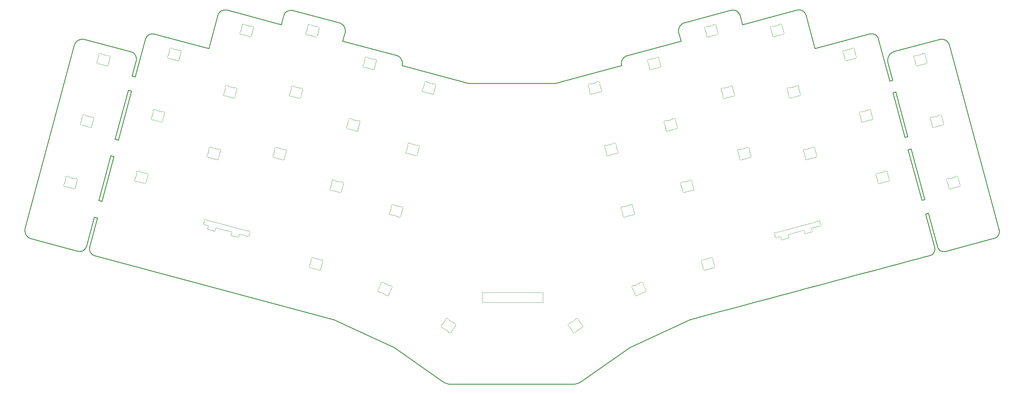
<source format=gbr>
%TF.GenerationSoftware,KiCad,Pcbnew,(6.0.0)*%
%TF.CreationDate,2022-04-21T03:32:39-07:00*%
%TF.ProjectId,ffkb,66666b62-2e6b-4696-9361-645f70636258,rev?*%
%TF.SameCoordinates,Original*%
%TF.FileFunction,Profile,NP*%
%FSLAX46Y46*%
G04 Gerber Fmt 4.6, Leading zero omitted, Abs format (unit mm)*
G04 Created by KiCad (PCBNEW (6.0.0)) date 2022-04-21 03:32:39*
%MOMM*%
%LPD*%
G01*
G04 APERTURE LIST*
%TA.AperFunction,Profile*%
%ADD10C,0.250000*%
%TD*%
%ADD11C,0.250000*%
%TA.AperFunction,Profile*%
%ADD12C,0.050000*%
%TD*%
%TA.AperFunction,Profile*%
%ADD13C,0.100000*%
%TD*%
G04 APERTURE END LIST*
D10*
X258370720Y-81476138D02*
X257508140Y-81707265D01*
X252226765Y-58562685D02*
X251345339Y-58798875D01*
D11*
X154882950Y-131691796D02*
X154655567Y-131841441D01*
X154420805Y-131977283D01*
X154179301Y-132099120D01*
X153931689Y-132206753D01*
X153678604Y-132299981D01*
X153420683Y-132378604D01*
X153158559Y-132442421D01*
X152892868Y-132491232D01*
X152624246Y-132524837D01*
X152353328Y-132543035D01*
X152171754Y-132546510D01*
D12*
X125245362Y-105126858D02*
X143395365Y-105126857D01*
X143395365Y-105126857D02*
X143395365Y-108126856D01*
X143395365Y-108126856D02*
X125245366Y-108126853D01*
X125245366Y-108126853D02*
X125245362Y-105126858D01*
D10*
X-11080311Y-85937700D02*
X3557149Y-31325202D01*
D11*
X67083775Y-21124387D02*
X67337236Y-20996727D01*
X67602306Y-20902183D01*
X67875787Y-20841183D01*
X68154482Y-20814157D01*
X68435193Y-20821533D01*
X68714723Y-20863742D01*
X68825489Y-20890475D01*
D10*
X221875368Y-22334447D02*
X224502717Y-32295359D01*
D11*
X184143871Y-25697351D02*
X184311379Y-25441418D01*
X184507634Y-25210154D01*
X184729876Y-25005688D01*
X184975344Y-24830154D01*
X185241278Y-24685682D01*
X185524916Y-24574404D01*
X185642711Y-24539665D01*
X-9271709Y-89072744D02*
X-9520968Y-88992116D01*
X-9756303Y-88888766D01*
X-9976807Y-88764266D01*
X-10181571Y-88620193D01*
X-10457215Y-88370826D01*
X-10692334Y-88086275D01*
X-10883862Y-87771853D01*
X-11028731Y-87432876D01*
X-11123877Y-87074658D01*
X-11166232Y-86702513D01*
X-11163628Y-86449303D01*
X-11135290Y-86193841D01*
X-11080311Y-85937700D01*
D10*
X121232760Y-42694614D02*
X147031535Y-42699691D01*
D11*
X240946904Y-27889201D02*
X241250890Y-27831884D01*
X241552273Y-27821178D01*
X241846850Y-27854658D01*
X242130419Y-27929903D01*
X242398778Y-28044490D01*
X242647722Y-28195997D01*
X242873051Y-28382001D01*
X243070560Y-28600080D01*
X243236048Y-28847811D01*
X243365312Y-29122773D01*
X243429288Y-29320013D01*
D10*
X43766472Y-32292819D02*
X46378395Y-22390427D01*
X21770067Y-40771338D02*
X24805810Y-29445759D01*
D11*
X9741401Y-94152463D02*
X9484750Y-94066418D01*
X9242629Y-93950457D01*
X9017447Y-93806428D01*
X8811617Y-93636180D01*
X8627547Y-93441564D01*
X8467649Y-93224429D01*
X8410998Y-93131684D01*
X47424608Y-21018647D02*
X47673738Y-20894092D01*
X47934135Y-20801935D01*
X48202686Y-20742587D01*
X48476278Y-20716463D01*
X48751797Y-20723977D01*
X49026131Y-20765541D01*
X49134835Y-20791794D01*
D10*
X251345331Y-58798882D02*
X247755735Y-45441139D01*
X16726352Y-59636949D02*
X15746647Y-59374444D01*
D11*
X99643084Y-34325147D02*
X99933922Y-34422931D01*
X100207997Y-34555016D01*
X100462518Y-34719238D01*
X100694693Y-34913434D01*
X100901733Y-35135439D01*
X101080846Y-35383090D01*
X101144047Y-35488847D01*
D10*
X185642711Y-24539665D02*
X199357897Y-20864737D01*
X10872134Y-77655917D02*
X14448362Y-64245930D01*
X49134835Y-20791794D02*
X65353927Y-25137634D01*
D11*
X21795182Y-34269052D02*
X21921196Y-34521568D01*
X22014416Y-34785469D01*
X22074426Y-35057607D01*
X22100808Y-35334834D01*
X22093146Y-35614004D01*
X22051023Y-35891968D01*
X22024432Y-36002112D01*
D10*
X256414590Y-77604151D02*
X252322272Y-62451275D01*
X187185038Y-113262934D02*
X169267875Y-121619541D01*
X147031535Y-42699691D02*
X166876545Y-37330138D01*
X20815028Y-40517334D02*
X21770067Y-40771338D01*
X65353927Y-25137634D02*
X66024781Y-22526805D01*
X20668255Y-44955088D02*
X19695026Y-44694313D01*
X202236694Y-22539455D02*
X202915256Y-25140173D01*
X166875195Y-37332176D02*
X166875190Y-37332173D01*
D11*
X199357897Y-20864737D02*
X199643339Y-20806949D01*
X199931317Y-20784999D01*
X200218564Y-20798449D01*
X200501813Y-20846864D01*
X200777799Y-20929809D01*
X201043253Y-21046849D01*
X201145755Y-21103114D01*
D10*
X248216734Y-33137797D02*
X261685082Y-29550568D01*
D11*
X246577796Y-34392091D02*
X246722727Y-34168023D01*
X246887826Y-33960849D01*
X247071571Y-33771735D01*
X247272441Y-33601843D01*
X247488914Y-33452339D01*
X247719468Y-33324387D01*
X247962582Y-33219152D01*
X248216734Y-33137797D01*
D10*
X264652340Y-31266289D02*
X279457568Y-86476459D01*
D11*
X7232356Y-91214435D02*
X7145436Y-91473580D01*
X7028303Y-91718047D01*
X6882827Y-91945400D01*
X6710876Y-92153205D01*
X6514320Y-92339026D01*
X6295026Y-92500428D01*
X6201361Y-92557607D01*
X167100030Y-35481185D02*
X167264876Y-35229150D01*
X167458044Y-35001406D01*
X167676813Y-34800053D01*
X167918466Y-34627192D01*
X168180282Y-34484924D01*
X168459543Y-34375350D01*
X168575523Y-34341145D01*
D10*
X248670133Y-45196121D02*
X247755732Y-45441134D01*
X11853383Y-77918841D02*
X10872134Y-77655917D01*
X152171754Y-132546510D02*
X116094893Y-132544074D01*
X243429288Y-29320013D02*
X246852162Y-42021013D01*
X10499922Y-82859404D02*
X9540549Y-82602342D01*
D11*
X261959605Y-92650639D02*
X261719667Y-92487451D01*
X261508257Y-92292490D01*
X261328235Y-92069483D01*
X261182463Y-91822157D01*
X261073803Y-91554240D01*
X261046325Y-91461003D01*
D10*
X247736088Y-41784801D02*
X246306755Y-36438033D01*
D11*
X261685082Y-29550568D02*
X262048816Y-29482546D01*
X262409357Y-29470266D01*
X262761683Y-29510822D01*
X263100771Y-29601312D01*
X263421601Y-29738832D01*
X263719150Y-29920479D01*
X263988396Y-30143347D01*
X264224319Y-30404535D01*
X264421896Y-30701137D01*
X264576106Y-31030251D01*
X264652340Y-31266289D01*
D10*
X9539968Y-82602593D02*
X7232356Y-91214435D01*
X68825489Y-20890475D02*
X82579814Y-24575381D01*
D11*
X116094893Y-132544074D02*
X115822796Y-132536220D01*
X115552575Y-132512828D01*
X115284863Y-132474099D01*
X115020295Y-132420231D01*
X114759508Y-132351427D01*
X114503135Y-132267885D01*
X114251812Y-132169807D01*
X114006174Y-132057393D01*
X113766856Y-131930842D01*
X113534493Y-131790357D01*
X113383762Y-131689057D01*
X8410998Y-93131684D02*
X8290392Y-92889343D01*
X8201215Y-92636127D01*
X8143865Y-92375047D01*
X8118737Y-92109116D01*
X8126227Y-91841345D01*
X8166731Y-91574748D01*
X8192266Y-91469112D01*
D10*
X113383762Y-131689057D02*
X99001307Y-121616899D01*
D11*
X183914567Y-27577291D02*
X183850142Y-27278277D01*
X183823468Y-26976139D01*
X183834122Y-26674339D01*
X183881681Y-26376337D01*
X183965724Y-26085597D01*
X184085827Y-25805580D01*
X184143871Y-25697351D01*
D10*
X84327586Y-27638276D02*
X83657173Y-30042373D01*
X168575523Y-34341145D02*
X184609479Y-30044917D01*
D11*
X166875190Y-37332173D02*
X166811569Y-37037815D01*
X166785132Y-36740358D01*
X166795463Y-36443213D01*
X166842147Y-36149792D01*
X166924770Y-35863505D01*
X167042917Y-35587764D01*
X167100030Y-35481185D01*
X260227984Y-91685869D02*
X260284163Y-91976688D01*
X260295690Y-92264986D01*
X260264871Y-92546738D01*
X260194013Y-92817918D01*
X260085422Y-93074502D01*
X259941403Y-93312465D01*
X259764264Y-93527783D01*
X259556310Y-93716429D01*
X259319847Y-93874381D01*
X259057182Y-93997611D01*
X258868655Y-94058489D01*
D10*
X22024432Y-36002112D02*
X20815028Y-40517334D01*
X257507466Y-81708522D02*
X260227984Y-91685869D01*
D11*
X82579814Y-24575381D02*
X82872297Y-24673593D01*
X83148072Y-24806099D01*
X83404362Y-24970754D01*
X83638390Y-25165420D01*
X83847380Y-25387953D01*
X84028557Y-25636214D01*
X84092618Y-25742242D01*
D10*
X261046325Y-91461003D02*
X258371066Y-81477375D01*
X81081610Y-113260297D02*
X9741401Y-94152463D01*
X253218895Y-62211026D02*
X252322272Y-62451275D01*
D11*
X20406490Y-33207159D02*
X20674248Y-33296326D01*
X20926900Y-33416749D01*
X21161924Y-33566500D01*
X21376796Y-33743649D01*
X21568995Y-33946268D01*
X21735999Y-34172428D01*
X21795182Y-34269052D01*
X279457568Y-86476459D02*
X279514021Y-86775619D01*
X279524580Y-87072219D01*
X279491632Y-87362118D01*
X279417564Y-87641177D01*
X279304763Y-87905257D01*
X279155616Y-88150217D01*
X278972510Y-88371918D01*
X278757832Y-88566220D01*
X278513969Y-88728984D01*
X278243308Y-88856071D01*
X278049159Y-88918930D01*
D10*
X169267875Y-121619541D02*
X154882950Y-131691796D01*
D11*
X263446679Y-92845414D02*
X263161647Y-92899804D01*
X262874303Y-92911558D01*
X262589304Y-92881286D01*
X262311311Y-92809597D01*
X262044983Y-92697101D01*
X261959605Y-92650639D01*
D10*
X101364869Y-37373311D02*
X121232760Y-42694614D01*
D11*
X219192803Y-20778673D02*
X219458474Y-20724860D01*
X219726510Y-20704344D01*
X219993883Y-20716723D01*
X220257561Y-20761594D01*
X220514516Y-20838557D01*
X220761718Y-20947209D01*
X220857190Y-20999453D01*
D10*
X4522507Y-92777852D02*
X-9271709Y-89072744D01*
X83657173Y-30042373D02*
X99643084Y-34325147D01*
X184609479Y-30044917D02*
X183914567Y-27577291D01*
X11853383Y-77918841D02*
X15408477Y-64503198D01*
D11*
X66024781Y-22526805D02*
X66112354Y-22256858D01*
X66231628Y-22001958D01*
X66380658Y-21764679D01*
X66557501Y-21547594D01*
X66760215Y-21353277D01*
X66986854Y-21184303D01*
X67083775Y-21124387D01*
D10*
X257276490Y-77373203D02*
X256414592Y-77604149D01*
X15408478Y-64503191D02*
X14448362Y-64245930D01*
X246851951Y-42020725D02*
X247736250Y-41783780D01*
X8192266Y-91469112D02*
X10500091Y-82861679D01*
X15746652Y-59374448D02*
X19695027Y-44694313D01*
X278049159Y-88918930D02*
X263446679Y-92845414D01*
X202915256Y-25140173D02*
X219192803Y-20778673D01*
D11*
X46378395Y-22390427D02*
X46465964Y-22126020D01*
X46584439Y-21876494D01*
X46731914Y-21644346D01*
X46906485Y-21432072D01*
X47106247Y-21242170D01*
X47329295Y-21077137D01*
X47424608Y-21018647D01*
D10*
X252226765Y-58562685D02*
X248670132Y-45196126D01*
D11*
X6201361Y-92557607D02*
X5956621Y-92679316D01*
X5700907Y-92769280D01*
X5437261Y-92827098D01*
X5168727Y-92852371D01*
X4898346Y-92844700D01*
X4629163Y-92803684D01*
X4522507Y-92777852D01*
D10*
X224502717Y-32295359D02*
X240946904Y-27889201D01*
D11*
X258868655Y-94058489D02*
X257914388Y-94314137D01*
X256783805Y-94617022D01*
X255486242Y-94964643D01*
X254031033Y-95354498D01*
X252427515Y-95784087D01*
X250685025Y-96250908D01*
X248812897Y-96752461D01*
X246820467Y-97286243D01*
X244717072Y-97849754D01*
X242512048Y-98440492D01*
X240214729Y-99055957D01*
X237834453Y-99693647D01*
X235380555Y-100351061D01*
X232862371Y-101025698D01*
X230289236Y-101715056D01*
X227670488Y-102416635D01*
X225015460Y-103127934D01*
X222333490Y-103846450D01*
X219633914Y-104569684D01*
X216926067Y-105295133D01*
X214219284Y-106020297D01*
X211522903Y-106742675D01*
X208846259Y-107459765D01*
X206198687Y-108169066D01*
X203589524Y-108868077D01*
X201028105Y-109554296D01*
X198523767Y-110225224D01*
X196085845Y-110878358D01*
X193723675Y-111511197D01*
X191446594Y-112121240D01*
X189263936Y-112705986D01*
X187185038Y-113262934D01*
X220857190Y-20999453D02*
X221082803Y-21149695D01*
X221286496Y-21325113D01*
X221466416Y-21523276D01*
X221620710Y-21741754D01*
X221747524Y-21978118D01*
X221845004Y-22229936D01*
X221875368Y-22334447D01*
X84092618Y-25742242D02*
X84228582Y-26019202D01*
X84328419Y-26308414D01*
X84391698Y-26606395D01*
X84417987Y-26909667D01*
X84406856Y-27214748D01*
X84357874Y-27518159D01*
X84327586Y-27638276D01*
X101144047Y-35488847D02*
X101277776Y-35765009D01*
X101375274Y-36053206D01*
X101436135Y-36349931D01*
X101459949Y-36651675D01*
X101446308Y-36954932D01*
X101394805Y-37256196D01*
X101363511Y-37375358D01*
D10*
X27447318Y-27920765D02*
X43766472Y-32292819D01*
X99001307Y-121616899D02*
X81081610Y-113260297D01*
X16726359Y-59636968D02*
X20668258Y-44955082D01*
X257276489Y-77373204D02*
X253218891Y-62211031D01*
D11*
X3557149Y-31325202D02*
X3636022Y-31080866D01*
X3737151Y-30850140D01*
X3927210Y-30531519D01*
X4158690Y-30248530D01*
X4426398Y-30004180D01*
X4725141Y-29801473D01*
X5049725Y-29643416D01*
X5394958Y-29533014D01*
X5755647Y-29473273D01*
X6126597Y-29467199D01*
X6377034Y-29494448D01*
X6628186Y-29547776D01*
X201145755Y-21103114D02*
X201387923Y-21264883D01*
X201606455Y-21453708D01*
X201799357Y-21666965D01*
X201964638Y-21902029D01*
X202100305Y-22156276D01*
X202204365Y-22427083D01*
X202236694Y-22539455D01*
X246306755Y-36438033D02*
X246250678Y-36177138D01*
X246220806Y-35913915D01*
X246216888Y-35650265D01*
X246238672Y-35388087D01*
X246285906Y-35129281D01*
X246358339Y-34875746D01*
X246455719Y-34629383D01*
X246577796Y-34392091D01*
X24805810Y-29445759D02*
X24914847Y-29134945D01*
X25065505Y-28851386D01*
X25253302Y-28597668D01*
X25473759Y-28376378D01*
X25722394Y-28190101D01*
X25994728Y-28041425D01*
X26286280Y-27932936D01*
X26592569Y-27867221D01*
X26909115Y-27846865D01*
X27231439Y-27874456D01*
X27447318Y-27920765D01*
D10*
X6628186Y-29547776D02*
X20406490Y-33207159D01*
D12*
%TO.C,SW44*%
X55447395Y-86810758D02*
X43083545Y-83497874D01*
X50923703Y-88238593D02*
X51986222Y-88523294D01*
X43920741Y-86362155D02*
X44983260Y-86646855D01*
X55059167Y-88259646D02*
X52982426Y-87703186D01*
X43468057Y-85153818D02*
X42695316Y-84946763D01*
X42306407Y-84273153D02*
X42409935Y-83886783D01*
X50471019Y-87030256D02*
X45979464Y-85826748D01*
X55732754Y-87870707D02*
X55836304Y-87484368D01*
X45734515Y-85968169D02*
X45656869Y-86257947D01*
X50612440Y-87275205D02*
X50534795Y-87564983D01*
X43609478Y-85398767D02*
X43531832Y-85688545D01*
X52737477Y-87844607D02*
X52659831Y-88134385D01*
X43083544Y-83497874D02*
G75*
G03*
X42409935Y-83886783I-354482J-163836D01*
G01*
X45979464Y-85826748D02*
G75*
G03*
X45734515Y-85968169I-51763J-193186D01*
G01*
X43531832Y-85688544D02*
G75*
G03*
X43920741Y-86362155I163836J-354483D01*
G01*
X50612440Y-87275205D02*
G75*
G03*
X50471019Y-87030256I-193186J51763D01*
G01*
X51986222Y-88523294D02*
G75*
G03*
X52659831Y-88134385I354482J163836D01*
G01*
X55059167Y-88259646D02*
G75*
G03*
X55732754Y-87870707I354482J163835D01*
G01*
X50534794Y-87564982D02*
G75*
G03*
X50923703Y-88238593I163836J-354483D01*
G01*
X55836304Y-87484367D02*
G75*
G03*
X55447395Y-86810758I-163836J354482D01*
G01*
X43609478Y-85398767D02*
G75*
G03*
X43468057Y-85153818I-193186J51763D01*
G01*
X52982426Y-87703186D02*
G75*
G03*
X52737477Y-87844607I-51763J-193186D01*
G01*
X44983260Y-86646855D02*
G75*
G03*
X45656869Y-86257947I354482J163835D01*
G01*
X42306407Y-84273154D02*
G75*
G03*
X42695316Y-84946763I163836J-354482D01*
G01*
%TO.C,SW45*%
X225342816Y-83883997D02*
X212978966Y-87196881D01*
X222139102Y-87382384D02*
X223201620Y-87097683D01*
X225731045Y-85332885D02*
X223654304Y-85889347D01*
X223512883Y-86134296D02*
X223590529Y-86424074D01*
X216509921Y-88010734D02*
X216587566Y-88300512D01*
X226119918Y-84659261D02*
X226016426Y-84272906D01*
X214384884Y-88580136D02*
X214462530Y-88869914D01*
X221142897Y-86562276D02*
X216651342Y-87765785D01*
X212693585Y-88256861D02*
X212590057Y-87870491D01*
X221387846Y-86703698D02*
X221465492Y-86993475D01*
X215136139Y-89258822D02*
X216198658Y-88974121D01*
X214139935Y-88438714D02*
X213367194Y-88645770D01*
X212693585Y-88256861D02*
G75*
G03*
X213367194Y-88645770I319127J-225073D01*
G01*
X223654304Y-85889347D02*
G75*
G03*
X223512883Y-86134296I51765J-193186D01*
G01*
X223201620Y-87097683D02*
G75*
G03*
X223590529Y-86424074I225073J319127D01*
G01*
X214462530Y-88869914D02*
G75*
G03*
X215136139Y-89258822I319127J-225073D01*
G01*
X214384885Y-88580136D02*
G75*
G03*
X214139935Y-88438714I-193187J-51765D01*
G01*
X216198658Y-88974121D02*
G75*
G03*
X216587566Y-88300512I225073J319127D01*
G01*
X221465491Y-86993475D02*
G75*
G03*
X222139102Y-87382384I319128J-225073D01*
G01*
X221387847Y-86703698D02*
G75*
G03*
X221142897Y-86562276I-193187J-51765D01*
G01*
X216651342Y-87765785D02*
G75*
G03*
X216509921Y-88010734I51765J-193186D01*
G01*
X226016427Y-84272906D02*
G75*
G03*
X225342816Y-83883997I-319128J225073D01*
G01*
X212978966Y-87196880D02*
G75*
G03*
X212590057Y-87870491I-225073J-319128D01*
G01*
X225731045Y-85332885D02*
G75*
G03*
X226119918Y-84659261I225073J319126D01*
G01*
D13*
%TO.C,D43*%
X23988566Y-72401533D02*
X22453802Y-71990294D01*
X21785431Y-70985927D02*
X22149248Y-69628140D01*
X23230259Y-69092518D02*
X24765023Y-69503756D01*
X25433394Y-70508125D02*
X25069577Y-71865911D01*
X23004274Y-68961256D02*
G75*
G03*
X22157582Y-69405846I-355396J-351702D01*
G01*
X25537326Y-70311445D02*
G75*
G03*
X25433395Y-70508124I379014J-326080D01*
G01*
X22453802Y-71990295D02*
G75*
G03*
X22192462Y-71990977I-129409J-482971D01*
G01*
X24765023Y-69503756D02*
G75*
G03*
X25026362Y-69503074I129409J482964D01*
G01*
X22149249Y-69628140D02*
G75*
G03*
X22157582Y-69405845I-482953J129408D01*
G01*
X25069576Y-71865911D02*
G75*
G03*
X25061243Y-72088207I482953J-129409D01*
G01*
X21681499Y-71182607D02*
G75*
G03*
X22192462Y-71990977I379033J-326089D01*
G01*
X25537325Y-70311444D02*
G75*
G03*
X25026363Y-69503076I-379032J326089D01*
G01*
X23004273Y-68961257D02*
G75*
G03*
X23230259Y-69092518I355404J351717D01*
G01*
X21681500Y-71182607D02*
G75*
G03*
X21785430Y-70985928I-379023J326085D01*
G01*
X24214552Y-72532795D02*
G75*
G03*
X25061243Y-72088207I355395J351702D01*
G01*
X24214552Y-72532795D02*
G75*
G03*
X23988567Y-72401534I-355400J-351710D01*
G01*
%TO.C,D49*%
X71585466Y-45086951D02*
X71221649Y-46444737D01*
X67937503Y-45564753D02*
X68301320Y-44206966D01*
X70140638Y-46980359D02*
X68605874Y-46569120D01*
X69382331Y-43671344D02*
X70917095Y-44082582D01*
X70366624Y-47111621D02*
G75*
G03*
X70140639Y-46980360I-355400J-351710D01*
G01*
X69156345Y-43540083D02*
G75*
G03*
X69382331Y-43671344I355404J351717D01*
G01*
X68301321Y-44206966D02*
G75*
G03*
X68309654Y-43984671I-482953J129408D01*
G01*
X71221648Y-46444737D02*
G75*
G03*
X71213315Y-46667033I482953J-129409D01*
G01*
X71689398Y-44890271D02*
G75*
G03*
X71585467Y-45086950I379014J-326080D01*
G01*
X70917095Y-44082582D02*
G75*
G03*
X71178434Y-44081900I129409J482964D01*
G01*
X68605874Y-46569121D02*
G75*
G03*
X68344534Y-46569803I-129409J-482971D01*
G01*
X67833572Y-45761433D02*
G75*
G03*
X67937502Y-45564754I-379023J326085D01*
G01*
X67833571Y-45761433D02*
G75*
G03*
X68344534Y-46569803I379033J-326089D01*
G01*
X69156346Y-43540082D02*
G75*
G03*
X68309654Y-43984672I-355396J-351702D01*
G01*
X70366624Y-47111621D02*
G75*
G03*
X71213315Y-46667033I355395J351702D01*
G01*
X71689397Y-44890270D02*
G75*
G03*
X71178435Y-44081902I-379032J326089D01*
G01*
%TO.C,D50*%
X64464766Y-62023936D02*
X65999530Y-62435174D01*
X66667901Y-63439543D02*
X66304084Y-64797329D01*
X65223073Y-65332951D02*
X63688309Y-64921712D01*
X63019938Y-63917345D02*
X63383755Y-62559558D01*
X63688309Y-64921713D02*
G75*
G03*
X63426969Y-64922395I-129409J-482971D01*
G01*
X66771833Y-63242863D02*
G75*
G03*
X66667902Y-63439542I379014J-326080D01*
G01*
X62916006Y-64114025D02*
G75*
G03*
X63426969Y-64922395I379033J-326089D01*
G01*
X66304083Y-64797329D02*
G75*
G03*
X66295750Y-65019625I482953J-129409D01*
G01*
X62916007Y-64114025D02*
G75*
G03*
X63019937Y-63917346I-379023J326085D01*
G01*
X65449059Y-65464213D02*
G75*
G03*
X65223074Y-65332952I-355400J-351710D01*
G01*
X66771832Y-63242862D02*
G75*
G03*
X66260870Y-62434494I-379032J326089D01*
G01*
X64238781Y-61892674D02*
G75*
G03*
X63392089Y-62337264I-355396J-351702D01*
G01*
X64238780Y-61892675D02*
G75*
G03*
X64464766Y-62023936I355404J351717D01*
G01*
X65999530Y-62435174D02*
G75*
G03*
X66260869Y-62434492I129409J482964D01*
G01*
X63383756Y-62559558D02*
G75*
G03*
X63392089Y-62337263I-482953J129408D01*
G01*
X65449059Y-65464213D02*
G75*
G03*
X66295750Y-65019625I355395J351702D01*
G01*
%TO.C,D42*%
X26702996Y-52633335D02*
X27066813Y-51275548D01*
X28147824Y-50739926D02*
X29682588Y-51151164D01*
X30350959Y-52155533D02*
X29987142Y-53513319D01*
X28906131Y-54048941D02*
X27371367Y-53637702D01*
X29682588Y-51151164D02*
G75*
G03*
X29943927Y-51150482I129409J482964D01*
G01*
X29987141Y-53513319D02*
G75*
G03*
X29978808Y-53735615I482953J-129409D01*
G01*
X30454891Y-51958853D02*
G75*
G03*
X30350960Y-52155532I379014J-326080D01*
G01*
X29132117Y-54180203D02*
G75*
G03*
X29978808Y-53735615I355395J351702D01*
G01*
X27371367Y-53637703D02*
G75*
G03*
X27110027Y-53638385I-129409J-482971D01*
G01*
X27066814Y-51275548D02*
G75*
G03*
X27075147Y-51053253I-482953J129408D01*
G01*
X30454890Y-51958852D02*
G75*
G03*
X29943928Y-51150484I-379032J326089D01*
G01*
X27921839Y-50608664D02*
G75*
G03*
X27075147Y-51053254I-355396J-351702D01*
G01*
X27921838Y-50608665D02*
G75*
G03*
X28147824Y-50739926I355404J351717D01*
G01*
X29132117Y-54180203D02*
G75*
G03*
X28906132Y-54048942I-355400J-351710D01*
G01*
X26599064Y-52830015D02*
G75*
G03*
X27110027Y-53638385I379033J-326089D01*
G01*
X26599065Y-52830015D02*
G75*
G03*
X26702995Y-52633336I-379023J326085D01*
G01*
%TO.C,D46*%
X49735649Y-43583418D02*
X51270413Y-43994656D01*
X48290821Y-45476827D02*
X48654638Y-44119040D01*
X50493956Y-46892433D02*
X48959192Y-46481194D01*
X51938784Y-44999025D02*
X51574967Y-46356811D01*
X49509664Y-43452156D02*
G75*
G03*
X48662972Y-43896746I-355396J-351702D01*
G01*
X52042716Y-44802345D02*
G75*
G03*
X51938785Y-44999024I379014J-326080D01*
G01*
X48959192Y-46481195D02*
G75*
G03*
X48697852Y-46481877I-129409J-482971D01*
G01*
X50719942Y-47023695D02*
G75*
G03*
X50493957Y-46892434I-355400J-351710D01*
G01*
X51270413Y-43994656D02*
G75*
G03*
X51531752Y-43993974I129409J482964D01*
G01*
X50719942Y-47023695D02*
G75*
G03*
X51566633Y-46579107I355395J351702D01*
G01*
X48186889Y-45673507D02*
G75*
G03*
X48697852Y-46481877I379033J-326089D01*
G01*
X49509663Y-43452157D02*
G75*
G03*
X49735649Y-43583418I355404J351717D01*
G01*
X52042715Y-44802344D02*
G75*
G03*
X51531753Y-43993976I-379032J326089D01*
G01*
X48186890Y-45673507D02*
G75*
G03*
X48290820Y-45476828I-379023J326085D01*
G01*
X48654639Y-44119040D02*
G75*
G03*
X48662972Y-43896745I-482953J129408D01*
G01*
X51574966Y-46356811D02*
G75*
G03*
X51566633Y-46579107I482953J-129409D01*
G01*
%TO.C,D58*%
X73866785Y-96846756D02*
X74230602Y-95488969D01*
X77514748Y-96368954D02*
X77150931Y-97726740D01*
X76069920Y-98262362D02*
X74535156Y-97851123D01*
X75311613Y-94953347D02*
X76846377Y-95364585D01*
X73762853Y-97043436D02*
G75*
G03*
X74273816Y-97851806I379033J-326089D01*
G01*
X74230603Y-95488969D02*
G75*
G03*
X74238936Y-95266674I-482953J129408D01*
G01*
X73762854Y-97043436D02*
G75*
G03*
X73866784Y-96846757I-379023J326085D01*
G01*
X77618680Y-96172274D02*
G75*
G03*
X77514749Y-96368953I379014J-326080D01*
G01*
X75085628Y-94822085D02*
G75*
G03*
X74238936Y-95266675I-355396J-351702D01*
G01*
X75085627Y-94822086D02*
G75*
G03*
X75311613Y-94953347I355404J351717D01*
G01*
X74535156Y-97851124D02*
G75*
G03*
X74273816Y-97851806I-129409J-482971D01*
G01*
X76295906Y-98393624D02*
G75*
G03*
X77142597Y-97949036I355395J351702D01*
G01*
X77618679Y-96172273D02*
G75*
G03*
X77107717Y-95363905I-379032J326089D01*
G01*
X76846377Y-95364585D02*
G75*
G03*
X77107716Y-95363903I129409J482964D01*
G01*
X76295906Y-98393624D02*
G75*
G03*
X76069921Y-98262363I-355400J-351710D01*
G01*
X77150930Y-97726740D02*
G75*
G03*
X77142597Y-97949036I482953J-129409D01*
G01*
%TO.C,D60*%
X113414119Y-114636551D02*
X114220387Y-113485082D01*
X115000224Y-116720302D02*
X113698669Y-115808943D01*
X115419398Y-113351488D02*
X116720952Y-114262846D01*
X117005502Y-115435240D02*
X116199235Y-116586709D01*
X113249188Y-114785822D02*
G75*
G03*
X113452856Y-115720201I244644J-436061D01*
G01*
X114220386Y-113485082D02*
G75*
G03*
X114304247Y-113279042I-409566J286785D01*
G01*
X115251935Y-113150851D02*
G75*
G03*
X115419398Y-113351488I454264J208949D01*
G01*
X115167688Y-116920940D02*
G75*
G03*
X116115374Y-116792749I454250J208940D01*
G01*
X115167687Y-116920940D02*
G75*
G03*
X115000224Y-116720303I-454259J-208945D01*
G01*
X116720952Y-114262846D02*
G75*
G03*
X116966765Y-114351588I286791J409585D01*
G01*
X117170434Y-115285968D02*
G75*
G03*
X116966764Y-114351591I-244645J436060D01*
G01*
X117170434Y-115285968D02*
G75*
G03*
X117005503Y-115435240I244631J-436046D01*
G01*
X113249188Y-114785823D02*
G75*
G03*
X113414119Y-114636551I-244638J436053D01*
G01*
X115251933Y-113150852D02*
G75*
G03*
X114304246Y-113279043I-454251J-208937D01*
G01*
X116199234Y-116586709D02*
G75*
G03*
X116115374Y-116792749I409567J-286784D01*
G01*
X113698669Y-115808943D02*
G75*
G03*
X113452856Y-115720201I-286791J-409585D01*
G01*
%TO.C,D52*%
X83726401Y-73186736D02*
X83362584Y-74544522D01*
X80078438Y-73664538D02*
X80442255Y-72306751D01*
X81523266Y-71771129D02*
X83058030Y-72182367D01*
X82281573Y-75080144D02*
X80746809Y-74668905D01*
X82507559Y-75211406D02*
G75*
G03*
X82281574Y-75080145I-355400J-351710D01*
G01*
X83058030Y-72182367D02*
G75*
G03*
X83319369Y-72181685I129409J482964D01*
G01*
X81297280Y-71639868D02*
G75*
G03*
X81523266Y-71771129I355404J351717D01*
G01*
X79974507Y-73861218D02*
G75*
G03*
X80078437Y-73664539I-379023J326085D01*
G01*
X81297281Y-71639867D02*
G75*
G03*
X80450589Y-72084457I-355396J-351702D01*
G01*
X82507559Y-75211406D02*
G75*
G03*
X83354250Y-74766818I355395J351702D01*
G01*
X80442256Y-72306751D02*
G75*
G03*
X80450589Y-72084456I-482953J129408D01*
G01*
X80746809Y-74668906D02*
G75*
G03*
X80485469Y-74669588I-129409J-482971D01*
G01*
X79974506Y-73861218D02*
G75*
G03*
X80485469Y-74669588I379033J-326089D01*
G01*
X83830332Y-72990055D02*
G75*
G03*
X83319370Y-72181687I-379032J326089D01*
G01*
X83362583Y-74544522D02*
G75*
G03*
X83354250Y-74766818I482953J-129409D01*
G01*
X83830333Y-72990056D02*
G75*
G03*
X83726402Y-73186735I379014J-326080D01*
G01*
%TO.C,D56*%
X104904683Y-64059934D02*
X103369919Y-63648695D01*
X102701548Y-62644328D02*
X103065365Y-61286541D01*
X106349511Y-62166526D02*
X105985694Y-63524312D01*
X104146376Y-60750919D02*
X105681140Y-61162157D01*
X103920390Y-60619658D02*
G75*
G03*
X104146376Y-60750919I355404J351717D01*
G01*
X103920391Y-60619657D02*
G75*
G03*
X103073699Y-61064247I-355396J-351702D01*
G01*
X102597616Y-62841008D02*
G75*
G03*
X103108579Y-63649378I379033J-326089D01*
G01*
X103065366Y-61286541D02*
G75*
G03*
X103073699Y-61064246I-482953J129408D01*
G01*
X105985693Y-63524312D02*
G75*
G03*
X105977360Y-63746608I482953J-129409D01*
G01*
X105130669Y-64191196D02*
G75*
G03*
X105977360Y-63746608I355395J351702D01*
G01*
X105681140Y-61162157D02*
G75*
G03*
X105942479Y-61161475I129409J482964D01*
G01*
X103369919Y-63648696D02*
G75*
G03*
X103108579Y-63649378I-129409J-482971D01*
G01*
X106453443Y-61969846D02*
G75*
G03*
X106349512Y-62166525I379014J-326080D01*
G01*
X105130669Y-64191196D02*
G75*
G03*
X104904684Y-64059935I-355400J-351710D01*
G01*
X106453442Y-61969845D02*
G75*
G03*
X105942480Y-61161477I-379032J326089D01*
G01*
X102597617Y-62841008D02*
G75*
G03*
X102701547Y-62644329I-379023J326085D01*
G01*
%TO.C,D54*%
X91358393Y-35065953D02*
X92893157Y-35477191D01*
X93561528Y-36481560D02*
X93197711Y-37839346D01*
X89913565Y-36959362D02*
X90277382Y-35601575D01*
X92116700Y-38374968D02*
X90581936Y-37963729D01*
X91132407Y-34934692D02*
G75*
G03*
X91358393Y-35065953I355404J351717D01*
G01*
X89809633Y-37156042D02*
G75*
G03*
X90320596Y-37964412I379033J-326089D01*
G01*
X93665460Y-36284880D02*
G75*
G03*
X93561529Y-36481559I379014J-326080D01*
G01*
X90277383Y-35601575D02*
G75*
G03*
X90285716Y-35379280I-482953J129408D01*
G01*
X90581936Y-37963730D02*
G75*
G03*
X90320596Y-37964412I-129409J-482971D01*
G01*
X89809634Y-37156042D02*
G75*
G03*
X89913564Y-36959363I-379023J326085D01*
G01*
X93197710Y-37839346D02*
G75*
G03*
X93189377Y-38061642I482953J-129409D01*
G01*
X93665459Y-36284879D02*
G75*
G03*
X93154497Y-35476511I-379032J326089D01*
G01*
X92342686Y-38506230D02*
G75*
G03*
X92116701Y-38374969I-355400J-351710D01*
G01*
X91132408Y-34934691D02*
G75*
G03*
X90285716Y-35379281I-355396J-351702D01*
G01*
X92342686Y-38506230D02*
G75*
G03*
X93189377Y-38061642I355395J351702D01*
G01*
X92893157Y-35477191D02*
G75*
G03*
X93154496Y-35476509I129409J482964D01*
G01*
%TO.C,D53*%
X88643968Y-54834150D02*
X88280151Y-56191936D01*
X86440833Y-53418543D02*
X87975597Y-53829781D01*
X84996005Y-55311952D02*
X85359822Y-53954165D01*
X87199140Y-56727558D02*
X85664376Y-56316319D01*
X88747899Y-54637469D02*
G75*
G03*
X88236937Y-53829101I-379032J326089D01*
G01*
X85359823Y-53954165D02*
G75*
G03*
X85368156Y-53731870I-482953J129408D01*
G01*
X84892073Y-55508632D02*
G75*
G03*
X85403036Y-56317002I379033J-326089D01*
G01*
X87425126Y-56858820D02*
G75*
G03*
X87199141Y-56727559I-355400J-351710D01*
G01*
X87425126Y-56858820D02*
G75*
G03*
X88271817Y-56414232I355395J351702D01*
G01*
X86214848Y-53287281D02*
G75*
G03*
X85368156Y-53731871I-355396J-351702D01*
G01*
X85664376Y-56316320D02*
G75*
G03*
X85403036Y-56317002I-129409J-482971D01*
G01*
X84892074Y-55508632D02*
G75*
G03*
X84996004Y-55311953I-379023J326085D01*
G01*
X86214847Y-53287282D02*
G75*
G03*
X86440833Y-53418543I355404J351717D01*
G01*
X88747900Y-54637470D02*
G75*
G03*
X88643969Y-54834149I379014J-326080D01*
G01*
X87975597Y-53829781D02*
G75*
G03*
X88236936Y-53829099I129409J482964D01*
G01*
X88280150Y-56191936D02*
G75*
G03*
X88271817Y-56414232I482953J-129409D01*
G01*
%TO.C,D45*%
X44818088Y-61936014D02*
X46352852Y-62347252D01*
X43373260Y-63829423D02*
X43737077Y-62471636D01*
X47021223Y-63351621D02*
X46657406Y-64709407D01*
X45576395Y-65245029D02*
X44041631Y-64833790D01*
X47125154Y-63154940D02*
G75*
G03*
X46614192Y-62346572I-379032J326089D01*
G01*
X45802381Y-65376291D02*
G75*
G03*
X45576396Y-65245030I-355400J-351710D01*
G01*
X43269329Y-64026103D02*
G75*
G03*
X43373259Y-63829424I-379023J326085D01*
G01*
X46657405Y-64709407D02*
G75*
G03*
X46649072Y-64931703I482953J-129409D01*
G01*
X43737078Y-62471636D02*
G75*
G03*
X43745411Y-62249341I-482953J129408D01*
G01*
X44041631Y-64833791D02*
G75*
G03*
X43780291Y-64834473I-129409J-482971D01*
G01*
X44592103Y-61804752D02*
G75*
G03*
X43745411Y-62249342I-355396J-351702D01*
G01*
X43269328Y-64026103D02*
G75*
G03*
X43780291Y-64834473I379033J-326089D01*
G01*
X45802381Y-65376291D02*
G75*
G03*
X46649072Y-64931703I355395J351702D01*
G01*
X44592102Y-61804753D02*
G75*
G03*
X44818088Y-61936014I355404J351717D01*
G01*
X47125155Y-63154941D02*
G75*
G03*
X47021224Y-63351620I379014J-326080D01*
G01*
X46352852Y-62347252D02*
G75*
G03*
X46614191Y-62346570I129409J482964D01*
G01*
%TO.C,D59*%
X96170316Y-102397933D02*
X97610352Y-103069433D01*
X96342497Y-105788355D02*
X94902460Y-105116855D01*
X94418650Y-104011685D02*
X95012718Y-102737703D01*
X98094163Y-104174604D02*
X97500095Y-105448586D01*
X98230668Y-103998959D02*
G75*
G03*
X97867840Y-103114144I-316649J386953D01*
G01*
X96542257Y-105956865D02*
G75*
G03*
X97453287Y-105666058I411068J284645D01*
G01*
X94282145Y-104187329D02*
G75*
G03*
X94644973Y-105072146I316649J-386954D01*
G01*
X97500095Y-105448586D02*
G75*
G03*
X97453287Y-105666058I453144J-211307D01*
G01*
X98230668Y-103998959D02*
G75*
G03*
X98094163Y-104174603I316633J-386942D01*
G01*
X96542257Y-105956865D02*
G75*
G03*
X96342498Y-105788356I-411075J-284652D01*
G01*
X95970556Y-102229424D02*
G75*
G03*
X96170316Y-102397933I411074J284652D01*
G01*
X95012718Y-102737703D02*
G75*
G03*
X95059526Y-102520231I-453144J211307D01*
G01*
X94282145Y-104187331D02*
G75*
G03*
X94418650Y-104011686I-316641J386949D01*
G01*
X97610352Y-103069433D02*
G75*
G03*
X97867840Y-103114142I211310J453164D01*
G01*
X95970555Y-102229425D02*
G75*
G03*
X95059525Y-102520232I-411069J-284642D01*
G01*
X94902460Y-105116855D02*
G75*
G03*
X94644973Y-105072146I-211308J-453155D01*
G01*
%TO.C,D41*%
X35268523Y-33802943D02*
X34904706Y-35160729D01*
X31620560Y-34280745D02*
X31984377Y-32922958D01*
X33823695Y-35696351D02*
X32288931Y-35285112D01*
X33065388Y-32387336D02*
X34600152Y-32798574D01*
X32839403Y-32256074D02*
G75*
G03*
X31992711Y-32700664I-355396J-351702D01*
G01*
X34904705Y-35160729D02*
G75*
G03*
X34896372Y-35383025I482953J-129409D01*
G01*
X35372454Y-33606262D02*
G75*
G03*
X34861492Y-32797894I-379032J326089D01*
G01*
X31516629Y-34477425D02*
G75*
G03*
X31620559Y-34280746I-379023J326085D01*
G01*
X31516628Y-34477425D02*
G75*
G03*
X32027591Y-35285795I379033J-326089D01*
G01*
X34049681Y-35827613D02*
G75*
G03*
X33823696Y-35696352I-355400J-351710D01*
G01*
X34049681Y-35827613D02*
G75*
G03*
X34896372Y-35383025I355395J351702D01*
G01*
X32288931Y-35285113D02*
G75*
G03*
X32027591Y-35285795I-129409J-482971D01*
G01*
X34600152Y-32798574D02*
G75*
G03*
X34861491Y-32797892I129409J482964D01*
G01*
X32839402Y-32256075D02*
G75*
G03*
X33065388Y-32387336I355404J351717D01*
G01*
X35372455Y-33606263D02*
G75*
G03*
X35268524Y-33802942I379014J-326080D01*
G01*
X31984378Y-32922958D02*
G75*
G03*
X31992711Y-32700663I-482953J129408D01*
G01*
%TO.C,D48*%
X76503030Y-26734362D02*
X76139213Y-28092148D01*
X72855067Y-27212164D02*
X73218884Y-25854377D01*
X75058202Y-28627770D02*
X73523438Y-28216531D01*
X74299895Y-25318755D02*
X75834659Y-25729993D01*
X76606961Y-26537681D02*
G75*
G03*
X76095999Y-25729313I-379032J326089D01*
G01*
X73218885Y-25854377D02*
G75*
G03*
X73227218Y-25632082I-482953J129408D01*
G01*
X75284188Y-28759032D02*
G75*
G03*
X76130879Y-28314444I355395J351702D01*
G01*
X73523438Y-28216532D02*
G75*
G03*
X73262098Y-28217214I-129409J-482971D01*
G01*
X75284188Y-28759032D02*
G75*
G03*
X75058203Y-28627771I-355400J-351710D01*
G01*
X74073910Y-25187493D02*
G75*
G03*
X73227218Y-25632083I-355396J-351702D01*
G01*
X72751136Y-27408844D02*
G75*
G03*
X72855066Y-27212165I-379023J326085D01*
G01*
X74073909Y-25187494D02*
G75*
G03*
X74299895Y-25318755I355404J351717D01*
G01*
X76139212Y-28092148D02*
G75*
G03*
X76130879Y-28314444I482953J-129409D01*
G01*
X75834659Y-25729993D02*
G75*
G03*
X76095998Y-25729311I129409J482964D01*
G01*
X72751135Y-27408844D02*
G75*
G03*
X73262098Y-28217214I379033J-326089D01*
G01*
X76606962Y-26537682D02*
G75*
G03*
X76503031Y-26734361I379014J-326080D01*
G01*
%TO.C,D55*%
X109822243Y-45707337D02*
X108287479Y-45296098D01*
X111267071Y-43813929D02*
X110903254Y-45171715D01*
X109063936Y-42398322D02*
X110598700Y-42809560D01*
X107619108Y-44291731D02*
X107982925Y-42933944D01*
X108837950Y-42267061D02*
G75*
G03*
X109063936Y-42398322I355404J351717D01*
G01*
X110903253Y-45171715D02*
G75*
G03*
X110894920Y-45394011I482953J-129409D01*
G01*
X110598700Y-42809560D02*
G75*
G03*
X110860039Y-42808878I129409J482964D01*
G01*
X108837951Y-42267060D02*
G75*
G03*
X107991259Y-42711650I-355396J-351702D01*
G01*
X107982926Y-42933944D02*
G75*
G03*
X107991259Y-42711649I-482953J129408D01*
G01*
X107515177Y-44488411D02*
G75*
G03*
X107619107Y-44291732I-379023J326085D01*
G01*
X110048229Y-45838599D02*
G75*
G03*
X109822244Y-45707338I-355400J-351710D01*
G01*
X111371002Y-43617248D02*
G75*
G03*
X110860040Y-42808880I-379032J326089D01*
G01*
X111371003Y-43617249D02*
G75*
G03*
X111267072Y-43813928I379014J-326080D01*
G01*
X107515176Y-44488411D02*
G75*
G03*
X108026139Y-45296781I379033J-326089D01*
G01*
X108287479Y-45296099D02*
G75*
G03*
X108026139Y-45296781I-129409J-482971D01*
G01*
X110048229Y-45838599D02*
G75*
G03*
X110894920Y-45394011I355395J351702D01*
G01*
%TO.C,D47*%
X56856346Y-26646442D02*
X56492529Y-28004228D01*
X53208383Y-27124244D02*
X53572200Y-25766457D01*
X54653211Y-25230835D02*
X56187975Y-25642073D01*
X55411518Y-28539850D02*
X53876754Y-28128611D01*
X55637504Y-28671112D02*
G75*
G03*
X56484195Y-28226524I355395J351702D01*
G01*
X53572201Y-25766457D02*
G75*
G03*
X53580534Y-25544162I-482953J129408D01*
G01*
X55637504Y-28671112D02*
G75*
G03*
X55411519Y-28539851I-355400J-351710D01*
G01*
X54427225Y-25099574D02*
G75*
G03*
X54653211Y-25230835I355404J351717D01*
G01*
X56492528Y-28004228D02*
G75*
G03*
X56484195Y-28226524I482953J-129409D01*
G01*
X53104452Y-27320924D02*
G75*
G03*
X53208382Y-27124245I-379023J326085D01*
G01*
X56960277Y-26449761D02*
G75*
G03*
X56449315Y-25641393I-379032J326089D01*
G01*
X53876754Y-28128612D02*
G75*
G03*
X53615414Y-28129294I-129409J-482971D01*
G01*
X53104451Y-27320924D02*
G75*
G03*
X53615414Y-28129294I379033J-326089D01*
G01*
X56187975Y-25642073D02*
G75*
G03*
X56449314Y-25641391I129409J482964D01*
G01*
X56960278Y-26449762D02*
G75*
G03*
X56856347Y-26646441I379014J-326080D01*
G01*
X54427226Y-25099573D02*
G75*
G03*
X53580534Y-25544163I-355396J-351702D01*
G01*
%TO.C,D72*%
X199720902Y-46571403D02*
X198186137Y-46982642D01*
X200025456Y-44209249D02*
X200389273Y-45567036D01*
X197105127Y-46447020D02*
X196741310Y-45089234D01*
X197409681Y-44084865D02*
X198944445Y-43673627D01*
X198186137Y-46982642D02*
G75*
G03*
X197960152Y-47113903I129415J-482971D01*
G01*
X199982242Y-46572087D02*
G75*
G03*
X200493204Y-45763716I131930J482281D01*
G01*
X197148341Y-44084184D02*
G75*
G03*
X196637379Y-44892554I-131932J-482279D01*
G01*
X199982242Y-46572086D02*
G75*
G03*
X199720903Y-46571404I-131930J-482290D01*
G01*
X198944445Y-43673627D02*
G75*
G03*
X199170430Y-43542366I-129415J482971D01*
G01*
X197113461Y-46669316D02*
G75*
G03*
X197105128Y-46447021I-491277J92887D01*
G01*
X200017122Y-43986954D02*
G75*
G03*
X200025455Y-44209248I491286J-92887D01*
G01*
X200389273Y-45567036D02*
G75*
G03*
X200493204Y-45763716I482954J129405D01*
G01*
X196741311Y-45089234D02*
G75*
G03*
X196637379Y-44892553I-482955J-129405D01*
G01*
X197148341Y-44084183D02*
G75*
G03*
X197409681Y-44084865I131930J482297D01*
G01*
X197113460Y-46669316D02*
G75*
G03*
X197960152Y-47113903I491297J-92885D01*
G01*
X200017120Y-43986954D02*
G75*
G03*
X199170432Y-43542367I-491294J92886D01*
G01*
%TO.C,D78*%
X243561759Y-69506036D02*
X245096523Y-69094798D01*
X246177534Y-69630420D02*
X246541351Y-70988207D01*
X245872980Y-71992574D02*
X244338215Y-72403813D01*
X243257205Y-71868191D02*
X242893388Y-70510405D01*
X245096523Y-69094798D02*
G75*
G03*
X245322508Y-68963537I-129415J482971D01*
G01*
X246169198Y-69408125D02*
G75*
G03*
X245322510Y-68963538I-491294J92886D01*
G01*
X246541351Y-70988207D02*
G75*
G03*
X246645282Y-71184887I482954J129405D01*
G01*
X243300419Y-69505355D02*
G75*
G03*
X242789457Y-70313725I-131932J-482279D01*
G01*
X246169200Y-69408125D02*
G75*
G03*
X246177533Y-69630419I491286J-92887D01*
G01*
X244338215Y-72403813D02*
G75*
G03*
X244112230Y-72535074I129415J-482971D01*
G01*
X243265539Y-72090487D02*
G75*
G03*
X243257206Y-71868192I-491277J92887D01*
G01*
X243265538Y-72090487D02*
G75*
G03*
X244112230Y-72535074I491297J-92885D01*
G01*
X246134320Y-71993258D02*
G75*
G03*
X246645282Y-71184887I131930J482281D01*
G01*
X242893389Y-70510405D02*
G75*
G03*
X242789457Y-70313724I-482955J-129405D01*
G01*
X243300419Y-69505354D02*
G75*
G03*
X243561759Y-69506036I131930J482297D01*
G01*
X246134320Y-71993257D02*
G75*
G03*
X245872981Y-71992575I-131930J-482290D01*
G01*
%TO.C,D64*%
X170178980Y-79641407D02*
X170542797Y-80999194D01*
X167258651Y-81879178D02*
X166894834Y-80521392D01*
X169874426Y-82003561D02*
X168339661Y-82414800D01*
X167563205Y-79517023D02*
X169097969Y-79105785D01*
X170170646Y-79419112D02*
G75*
G03*
X170178979Y-79641406I491286J-92887D01*
G01*
X170542797Y-80999194D02*
G75*
G03*
X170646728Y-81195874I482954J129405D01*
G01*
X167266985Y-82101474D02*
G75*
G03*
X167258652Y-81879179I-491277J92887D01*
G01*
X166894835Y-80521392D02*
G75*
G03*
X166790903Y-80324711I-482955J-129405D01*
G01*
X168339661Y-82414800D02*
G75*
G03*
X168113676Y-82546061I129415J-482971D01*
G01*
X170135766Y-82004244D02*
G75*
G03*
X169874427Y-82003562I-131930J-482290D01*
G01*
X170170644Y-79419112D02*
G75*
G03*
X169323956Y-78974525I-491294J92886D01*
G01*
X167266984Y-82101474D02*
G75*
G03*
X168113676Y-82546061I491297J-92885D01*
G01*
X167301865Y-79516341D02*
G75*
G03*
X167563205Y-79517023I131930J482297D01*
G01*
X167301865Y-79516342D02*
G75*
G03*
X166790903Y-80324712I-131932J-482279D01*
G01*
X170135766Y-82004245D02*
G75*
G03*
X170646728Y-81195874I131930J482281D01*
G01*
X169097969Y-79105785D02*
G75*
G03*
X169323954Y-78974524I-129415J482971D01*
G01*
%TO.C,D69*%
X187579972Y-74671185D02*
X186045207Y-75082424D01*
X187884526Y-72309031D02*
X188248343Y-73666818D01*
X184964197Y-74546802D02*
X184600380Y-73189016D01*
X185268751Y-72184647D02*
X186803515Y-71773409D01*
X187876192Y-72086736D02*
G75*
G03*
X187884525Y-72309030I491286J-92887D01*
G01*
X187841312Y-74671869D02*
G75*
G03*
X188352274Y-73863498I131930J482281D01*
G01*
X185007411Y-72183965D02*
G75*
G03*
X185268751Y-72184647I131930J482297D01*
G01*
X187876190Y-72086736D02*
G75*
G03*
X187029502Y-71642149I-491294J92886D01*
G01*
X184972530Y-74769098D02*
G75*
G03*
X185819222Y-75213685I491297J-92885D01*
G01*
X184972531Y-74769098D02*
G75*
G03*
X184964198Y-74546803I-491277J92887D01*
G01*
X186045207Y-75082424D02*
G75*
G03*
X185819222Y-75213685I129415J-482971D01*
G01*
X186803515Y-71773409D02*
G75*
G03*
X187029500Y-71642148I-129415J482971D01*
G01*
X184600381Y-73189016D02*
G75*
G03*
X184496449Y-72992335I-482955J-129405D01*
G01*
X187841312Y-74671868D02*
G75*
G03*
X187579973Y-74671186I-131930J-482290D01*
G01*
X188248343Y-73666818D02*
G75*
G03*
X188352274Y-73863498I482954J129405D01*
G01*
X185007411Y-72183966D02*
G75*
G03*
X184496449Y-72992336I-131932J-482279D01*
G01*
%TO.C,D71*%
X204638464Y-64923989D02*
X203103699Y-65335228D01*
X202022689Y-64799606D02*
X201658872Y-63441820D01*
X202327243Y-62437451D02*
X203862007Y-62026213D01*
X204943018Y-62561835D02*
X205306835Y-63919622D01*
X203103699Y-65335228D02*
G75*
G03*
X202877714Y-65466489I129415J-482971D01*
G01*
X202065903Y-62436770D02*
G75*
G03*
X201554941Y-63245140I-131932J-482279D01*
G01*
X204899804Y-64924672D02*
G75*
G03*
X204638465Y-64923990I-131930J-482290D01*
G01*
X205306835Y-63919622D02*
G75*
G03*
X205410766Y-64116302I482954J129405D01*
G01*
X204934682Y-62339540D02*
G75*
G03*
X204087994Y-61894953I-491294J92886D01*
G01*
X204934684Y-62339540D02*
G75*
G03*
X204943017Y-62561834I491286J-92887D01*
G01*
X202031022Y-65021902D02*
G75*
G03*
X202877714Y-65466489I491297J-92885D01*
G01*
X202031023Y-65021902D02*
G75*
G03*
X202022690Y-64799607I-491277J92887D01*
G01*
X204899804Y-64924673D02*
G75*
G03*
X205410766Y-64116302I131930J482281D01*
G01*
X201658873Y-63441820D02*
G75*
G03*
X201554941Y-63245139I-482955J-129405D01*
G01*
X202065903Y-62436769D02*
G75*
G03*
X202327243Y-62437451I131930J482297D01*
G01*
X203862007Y-62026213D02*
G75*
G03*
X204087992Y-61894952I-129415J482971D01*
G01*
%TO.C,D73*%
X192492117Y-25732277D02*
X194026881Y-25321039D01*
X194803338Y-28218815D02*
X193268573Y-28630054D01*
X195107892Y-25856661D02*
X195471709Y-27214448D01*
X192187563Y-28094432D02*
X191823746Y-26736646D01*
X195064678Y-28219498D02*
G75*
G03*
X194803339Y-28218816I-131930J-482290D01*
G01*
X192230777Y-25731595D02*
G75*
G03*
X192492117Y-25732277I131930J482297D01*
G01*
X195471709Y-27214448D02*
G75*
G03*
X195575640Y-27411128I482954J129405D01*
G01*
X193268573Y-28630054D02*
G75*
G03*
X193042588Y-28761315I129415J-482971D01*
G01*
X195099558Y-25634366D02*
G75*
G03*
X195107891Y-25856660I491286J-92887D01*
G01*
X191823747Y-26736646D02*
G75*
G03*
X191719815Y-26539965I-482955J-129405D01*
G01*
X194026881Y-25321039D02*
G75*
G03*
X194252866Y-25189778I-129415J482971D01*
G01*
X192230777Y-25731596D02*
G75*
G03*
X191719815Y-26539966I-131932J-482279D01*
G01*
X195064678Y-28219499D02*
G75*
G03*
X195575640Y-27411128I131930J482281D01*
G01*
X192195897Y-28316728D02*
G75*
G03*
X192187564Y-28094433I-491277J92887D01*
G01*
X195099556Y-25634366D02*
G75*
G03*
X194252868Y-25189779I-491294J92886D01*
G01*
X192195896Y-28316728D02*
G75*
G03*
X193042588Y-28761315I491297J-92885D01*
G01*
%TO.C,D74*%
X212138805Y-25644343D02*
X213673569Y-25233105D01*
X214754580Y-25768727D02*
X215118397Y-27126514D01*
X214450026Y-28130881D02*
X212915261Y-28542120D01*
X211834251Y-28006498D02*
X211470434Y-26648712D01*
X214711366Y-28131564D02*
G75*
G03*
X214450027Y-28130882I-131930J-482290D01*
G01*
X211842585Y-28228794D02*
G75*
G03*
X211834252Y-28006499I-491277J92887D01*
G01*
X214746246Y-25546432D02*
G75*
G03*
X214754579Y-25768726I491286J-92887D01*
G01*
X214746244Y-25546432D02*
G75*
G03*
X213899556Y-25101845I-491294J92886D01*
G01*
X211470435Y-26648712D02*
G75*
G03*
X211366503Y-26452031I-482955J-129405D01*
G01*
X213673569Y-25233105D02*
G75*
G03*
X213899554Y-25101844I-129415J482971D01*
G01*
X211842584Y-28228794D02*
G75*
G03*
X212689276Y-28673381I491297J-92885D01*
G01*
X211877465Y-25643661D02*
G75*
G03*
X212138805Y-25644343I131930J482297D01*
G01*
X215118397Y-27126514D02*
G75*
G03*
X215222328Y-27323194I482954J129405D01*
G01*
X211877465Y-25643662D02*
G75*
G03*
X211366503Y-26452032I-131932J-482279D01*
G01*
X212915261Y-28542120D02*
G75*
G03*
X212689276Y-28673381I129415J-482971D01*
G01*
X214711366Y-28131565D02*
G75*
G03*
X215222328Y-27323194I131930J482281D01*
G01*
%TO.C,D80*%
X233726630Y-32800854D02*
X235261394Y-32389616D01*
X236037851Y-35287392D02*
X234503086Y-35698631D01*
X236342405Y-32925238D02*
X236706222Y-34283025D01*
X233422076Y-35163009D02*
X233058259Y-33805223D01*
X236334069Y-32702943D02*
G75*
G03*
X235487381Y-32258356I-491294J92886D01*
G01*
X236299191Y-35288075D02*
G75*
G03*
X236037852Y-35287393I-131930J-482290D01*
G01*
X235261394Y-32389616D02*
G75*
G03*
X235487379Y-32258355I-129415J482971D01*
G01*
X236299191Y-35288076D02*
G75*
G03*
X236810153Y-34479705I131930J482281D01*
G01*
X233058260Y-33805223D02*
G75*
G03*
X232954328Y-33608542I-482955J-129405D01*
G01*
X234503086Y-35698631D02*
G75*
G03*
X234277101Y-35829892I129415J-482971D01*
G01*
X236334071Y-32702943D02*
G75*
G03*
X236342404Y-32925237I491286J-92887D01*
G01*
X233465290Y-32800172D02*
G75*
G03*
X233726630Y-32800854I131930J482297D01*
G01*
X233430409Y-35385305D02*
G75*
G03*
X234277101Y-35829892I491297J-92885D01*
G01*
X233430410Y-35385305D02*
G75*
G03*
X233422077Y-35163010I-491277J92887D01*
G01*
X236706222Y-34283025D02*
G75*
G03*
X236810153Y-34479705I482954J129405D01*
G01*
X233465290Y-32800173D02*
G75*
G03*
X232954328Y-33608543I-131932J-482279D01*
G01*
%TO.C,D76*%
X224285148Y-64836061D02*
X222750383Y-65247300D01*
X221669373Y-64711678D02*
X221305556Y-63353892D01*
X224589702Y-62473907D02*
X224953519Y-63831694D01*
X221973927Y-62349523D02*
X223508691Y-61938285D01*
X222750383Y-65247300D02*
G75*
G03*
X222524398Y-65378561I129415J-482971D01*
G01*
X221712587Y-62348841D02*
G75*
G03*
X221973927Y-62349523I131930J482297D01*
G01*
X221712587Y-62348842D02*
G75*
G03*
X221201625Y-63157212I-131932J-482279D01*
G01*
X221305557Y-63353892D02*
G75*
G03*
X221201625Y-63157211I-482955J-129405D01*
G01*
X223508691Y-61938285D02*
G75*
G03*
X223734676Y-61807024I-129415J482971D01*
G01*
X224581368Y-62251612D02*
G75*
G03*
X224589701Y-62473906I491286J-92887D01*
G01*
X224953519Y-63831694D02*
G75*
G03*
X225057450Y-64028374I482954J129405D01*
G01*
X221677706Y-64933974D02*
G75*
G03*
X222524398Y-65378561I491297J-92885D01*
G01*
X221677707Y-64933974D02*
G75*
G03*
X221669374Y-64711679I-491277J92887D01*
G01*
X224581366Y-62251612D02*
G75*
G03*
X223734678Y-61807025I-491294J92886D01*
G01*
X224546488Y-64836745D02*
G75*
G03*
X225057450Y-64028374I131930J482281D01*
G01*
X224546488Y-64836744D02*
G75*
G03*
X224285149Y-64836062I-131930J-482290D01*
G01*
%TO.C,D75*%
X217056367Y-43996935D02*
X218591131Y-43585697D01*
X216751813Y-46359090D02*
X216387996Y-45001304D01*
X219672142Y-44121319D02*
X220035959Y-45479106D01*
X219367588Y-46483473D02*
X217832823Y-46894712D01*
X219663808Y-43899024D02*
G75*
G03*
X219672141Y-44121318I491286J-92887D01*
G01*
X216795027Y-43996254D02*
G75*
G03*
X216284065Y-44804624I-131932J-482279D01*
G01*
X216795027Y-43996253D02*
G75*
G03*
X217056367Y-43996935I131930J482297D01*
G01*
X217832823Y-46894712D02*
G75*
G03*
X217606838Y-47025973I129415J-482971D01*
G01*
X219663806Y-43899024D02*
G75*
G03*
X218817118Y-43454437I-491294J92886D01*
G01*
X220035959Y-45479106D02*
G75*
G03*
X220139890Y-45675786I482954J129405D01*
G01*
X218591131Y-43585697D02*
G75*
G03*
X218817116Y-43454436I-129415J482971D01*
G01*
X219628928Y-46484156D02*
G75*
G03*
X219367589Y-46483474I-131930J-482290D01*
G01*
X216760146Y-46581386D02*
G75*
G03*
X217606838Y-47025973I491297J-92885D01*
G01*
X216387997Y-45001304D02*
G75*
G03*
X216284065Y-44804623I-482955J-129405D01*
G01*
X216760147Y-46581386D02*
G75*
G03*
X216751814Y-46359091I-491277J92887D01*
G01*
X219628928Y-46484157D02*
G75*
G03*
X220139890Y-45675786I131930J482281D01*
G01*
%TO.C,D79*%
X241259965Y-51277826D02*
X241623782Y-52635613D01*
X240955411Y-53639980D02*
X239420646Y-54051219D01*
X238339636Y-53515597D02*
X237975819Y-52157811D01*
X238644190Y-51153442D02*
X240178954Y-50742204D01*
X241251631Y-51055531D02*
G75*
G03*
X241259964Y-51277825I491286J-92887D01*
G01*
X238382850Y-51152760D02*
G75*
G03*
X238644190Y-51153442I131930J482297D01*
G01*
X238347969Y-53737893D02*
G75*
G03*
X239194661Y-54182480I491297J-92885D01*
G01*
X241623782Y-52635613D02*
G75*
G03*
X241727713Y-52832293I482954J129405D01*
G01*
X241216751Y-53640663D02*
G75*
G03*
X240955412Y-53639981I-131930J-482290D01*
G01*
X241251629Y-51055531D02*
G75*
G03*
X240404941Y-50610944I-491294J92886D01*
G01*
X238382850Y-51152761D02*
G75*
G03*
X237871888Y-51961131I-131932J-482279D01*
G01*
X240178954Y-50742204D02*
G75*
G03*
X240404939Y-50610943I-129415J482971D01*
G01*
X237975820Y-52157811D02*
G75*
G03*
X237871888Y-51961130I-482955J-129405D01*
G01*
X239420646Y-54051219D02*
G75*
G03*
X239194661Y-54182480I129415J-482971D01*
G01*
X238347970Y-53737893D02*
G75*
G03*
X238339637Y-53515598I-491277J92887D01*
G01*
X241216751Y-53640664D02*
G75*
G03*
X241727713Y-52832293I131930J482281D01*
G01*
%TO.C,D68*%
X180351183Y-53832062D02*
X181885947Y-53420824D01*
X182966958Y-53956446D02*
X183330775Y-55314233D01*
X182662404Y-56318600D02*
X181127639Y-56729839D01*
X180046629Y-56194217D02*
X179682812Y-54836431D01*
X180054962Y-56416513D02*
G75*
G03*
X180901654Y-56861100I491297J-92885D01*
G01*
X181885947Y-53420824D02*
G75*
G03*
X182111932Y-53289563I-129415J482971D01*
G01*
X180054963Y-56416513D02*
G75*
G03*
X180046630Y-56194218I-491277J92887D01*
G01*
X182958624Y-53734151D02*
G75*
G03*
X182966957Y-53956445I491286J-92887D01*
G01*
X180089843Y-53831381D02*
G75*
G03*
X179578881Y-54639751I-131932J-482279D01*
G01*
X179682813Y-54836431D02*
G75*
G03*
X179578881Y-54639750I-482955J-129405D01*
G01*
X180089843Y-53831380D02*
G75*
G03*
X180351183Y-53832062I131930J482297D01*
G01*
X182923744Y-56319283D02*
G75*
G03*
X182662405Y-56318601I-131930J-482290D01*
G01*
X182923744Y-56319284D02*
G75*
G03*
X183434706Y-55510913I131930J482281D01*
G01*
X183330775Y-55314233D02*
G75*
G03*
X183434706Y-55510913I482954J129405D01*
G01*
X182958622Y-53734151D02*
G75*
G03*
X182111934Y-53289564I-491294J92886D01*
G01*
X181127639Y-56729839D02*
G75*
G03*
X180901654Y-56861100I129415J-482971D01*
G01*
%TO.C,D63*%
X193791623Y-97853404D02*
X192256858Y-98264643D01*
X194096177Y-95491250D02*
X194459994Y-96849037D01*
X191175848Y-97729021D02*
X190812031Y-96371235D01*
X191480402Y-95366866D02*
X193015166Y-94955628D01*
X194052963Y-97854088D02*
G75*
G03*
X194563925Y-97045717I131930J482281D01*
G01*
X190812032Y-96371235D02*
G75*
G03*
X190708100Y-96174554I-482955J-129405D01*
G01*
X193015166Y-94955628D02*
G75*
G03*
X193241151Y-94824367I-129415J482971D01*
G01*
X194052963Y-97854087D02*
G75*
G03*
X193791624Y-97853405I-131930J-482290D01*
G01*
X191184182Y-97951317D02*
G75*
G03*
X191175849Y-97729022I-491277J92887D01*
G01*
X191219062Y-95366185D02*
G75*
G03*
X190708100Y-96174555I-131932J-482279D01*
G01*
X194459994Y-96849037D02*
G75*
G03*
X194563925Y-97045717I482954J129405D01*
G01*
X191219062Y-95366184D02*
G75*
G03*
X191480402Y-95366866I131930J482297D01*
G01*
X191184181Y-97951317D02*
G75*
G03*
X192030873Y-98395904I491297J-92885D01*
G01*
X194087841Y-95268955D02*
G75*
G03*
X193241153Y-94824368I-491294J92886D01*
G01*
X192256858Y-98264643D02*
G75*
G03*
X192030873Y-98395904I129415J-482971D01*
G01*
X194087843Y-95268955D02*
G75*
G03*
X194096176Y-95491249I491286J-92887D01*
G01*
%TO.C,D62*%
X173314061Y-102739974D02*
X173908129Y-104013956D01*
X170716427Y-103071704D02*
X172156463Y-102400204D01*
X170826684Y-105450857D02*
X170232616Y-104176875D01*
X173424318Y-105119126D02*
X171984281Y-105790626D01*
X172156463Y-102400204D02*
G75*
G03*
X172356222Y-102231695I-211315J453161D01*
G01*
X173681807Y-105074418D02*
G75*
G03*
X173424319Y-105119127I-46178J-497872D01*
G01*
X170873492Y-105668329D02*
G75*
G03*
X171784522Y-105959135I499962J-6161D01*
G01*
X173267253Y-102522502D02*
G75*
G03*
X173314061Y-102739973I499943J-6167D01*
G01*
X173908129Y-104013956D02*
G75*
G03*
X174044634Y-104189601I453146J211303D01*
G01*
X173267254Y-102522502D02*
G75*
G03*
X172356224Y-102231696I-499962J6161D01*
G01*
X170232617Y-104176875D02*
G75*
G03*
X170096111Y-104001230I-453146J-211303D01*
G01*
X173681807Y-105074418D02*
G75*
G03*
X174044634Y-104189601I46178J497863D01*
G01*
X171984281Y-105790626D02*
G75*
G03*
X171784522Y-105959135I211315J-453161D01*
G01*
X170458939Y-103116413D02*
G75*
G03*
X170716427Y-103071704I46176J497879D01*
G01*
X170458939Y-103116413D02*
G75*
G03*
X170096112Y-104001231I-46179J-497863D01*
G01*
X170873493Y-105668329D02*
G75*
G03*
X170826685Y-105450858I-499944J6167D01*
G01*
%TO.C,D61*%
X154106396Y-113487352D02*
X154912664Y-114638821D01*
X154628113Y-115811214D02*
X153326559Y-116722572D01*
X152127548Y-116588979D02*
X151321281Y-115437510D01*
X151605831Y-114265116D02*
X152907385Y-113353758D01*
X151360017Y-114353859D02*
G75*
G03*
X151156350Y-115288239I40976J-498318D01*
G01*
X154873927Y-115722472D02*
G75*
G03*
X154628115Y-115811214I40979J-498327D01*
G01*
X151360017Y-114353859D02*
G75*
G03*
X151605831Y-114265116I-40978J498327D01*
G01*
X151321280Y-115437511D02*
G75*
G03*
X151156349Y-115288238I-409568J-286780D01*
G01*
X154873927Y-115722472D02*
G75*
G03*
X155077595Y-114788093I-40976J498318D01*
G01*
X152211409Y-116795019D02*
G75*
G03*
X152127549Y-116588980I-493419J-80741D01*
G01*
X154022535Y-113281312D02*
G75*
G03*
X153074850Y-113153123I-493435J-80750D01*
G01*
X154912664Y-114638821D02*
G75*
G03*
X155077595Y-114788093I409562J286775D01*
G01*
X154022535Y-113281312D02*
G75*
G03*
X154106396Y-113487351I493419J80741D01*
G01*
X152907385Y-113353758D02*
G75*
G03*
X153074848Y-113153122I-286796J409581D01*
G01*
X153326559Y-116722573D02*
G75*
G03*
X153159096Y-116923209I286795J-409581D01*
G01*
X152211407Y-116795019D02*
G75*
G03*
X153159096Y-116923209I493437J80750D01*
G01*
%TO.C,D65*%
X162341093Y-63526588D02*
X161977276Y-62168802D01*
X162645647Y-61164433D02*
X164180411Y-60753195D01*
X165261422Y-61288817D02*
X165625239Y-62646604D01*
X164956868Y-63650971D02*
X163422103Y-64062210D01*
X162384307Y-61163752D02*
G75*
G03*
X161873345Y-61972122I-131932J-482279D01*
G01*
X164180411Y-60753195D02*
G75*
G03*
X164406396Y-60621934I-129415J482971D01*
G01*
X161977277Y-62168802D02*
G75*
G03*
X161873345Y-61972121I-482955J-129405D01*
G01*
X162349427Y-63748884D02*
G75*
G03*
X162341094Y-63526589I-491277J92887D01*
G01*
X162384307Y-61163751D02*
G75*
G03*
X162645647Y-61164433I131930J482297D01*
G01*
X162349426Y-63748884D02*
G75*
G03*
X163196118Y-64193471I491297J-92885D01*
G01*
X163422103Y-64062210D02*
G75*
G03*
X163196118Y-64193471I129415J-482971D01*
G01*
X165625239Y-62646604D02*
G75*
G03*
X165729170Y-62843284I482954J129405D01*
G01*
X165218208Y-63651654D02*
G75*
G03*
X164956869Y-63650972I-131930J-482290D01*
G01*
X165218208Y-63651655D02*
G75*
G03*
X165729170Y-62843284I131930J482281D01*
G01*
X165253086Y-61066522D02*
G75*
G03*
X164406398Y-60621935I-491294J92886D01*
G01*
X165253088Y-61066522D02*
G75*
G03*
X165261421Y-61288816I491286J-92887D01*
G01*
%TO.C,D67*%
X177744850Y-37966006D02*
X176210085Y-38377245D01*
X175433629Y-35479468D02*
X176968393Y-35068230D01*
X178049404Y-35603852D02*
X178413221Y-36961639D01*
X175129075Y-37841623D02*
X174765258Y-36483837D01*
X176968393Y-35068230D02*
G75*
G03*
X177194378Y-34936969I-129415J482971D01*
G01*
X175172289Y-35478787D02*
G75*
G03*
X174661327Y-36287157I-131932J-482279D01*
G01*
X178006190Y-37966689D02*
G75*
G03*
X177744851Y-37966007I-131930J-482290D01*
G01*
X178041070Y-35381557D02*
G75*
G03*
X178049403Y-35603851I491286J-92887D01*
G01*
X175137409Y-38063919D02*
G75*
G03*
X175129076Y-37841624I-491277J92887D01*
G01*
X176210085Y-38377245D02*
G75*
G03*
X175984100Y-38508506I129415J-482971D01*
G01*
X178413221Y-36961639D02*
G75*
G03*
X178517152Y-37158319I482954J129405D01*
G01*
X178006190Y-37966690D02*
G75*
G03*
X178517152Y-37158319I131930J482281D01*
G01*
X175137408Y-38063919D02*
G75*
G03*
X175984100Y-38508506I491297J-92885D01*
G01*
X174765259Y-36483837D02*
G75*
G03*
X174661327Y-36287156I-482955J-129405D01*
G01*
X175172289Y-35478786D02*
G75*
G03*
X175433629Y-35479468I131930J482297D01*
G01*
X178041068Y-35381557D02*
G75*
G03*
X177194380Y-34936970I-491294J92886D01*
G01*
%TO.C,D66*%
X157423530Y-45174002D02*
X157059713Y-43816216D01*
X157728084Y-42811847D02*
X159262848Y-42400609D01*
X160039305Y-45298385D02*
X158504540Y-45709624D01*
X160343859Y-42936231D02*
X160707676Y-44294018D01*
X159262848Y-42400609D02*
G75*
G03*
X159488833Y-42269348I-129415J482971D01*
G01*
X160335523Y-42713936D02*
G75*
G03*
X159488835Y-42269349I-491294J92886D01*
G01*
X157466744Y-42811165D02*
G75*
G03*
X157728084Y-42811847I131930J482297D01*
G01*
X157431863Y-45396298D02*
G75*
G03*
X158278555Y-45840885I491297J-92885D01*
G01*
X160707676Y-44294018D02*
G75*
G03*
X160811607Y-44490698I482954J129405D01*
G01*
X160300645Y-45299068D02*
G75*
G03*
X160039306Y-45298386I-131930J-482290D01*
G01*
X158504540Y-45709624D02*
G75*
G03*
X158278555Y-45840885I129415J-482971D01*
G01*
X157466744Y-42811166D02*
G75*
G03*
X156955782Y-43619536I-131932J-482279D01*
G01*
X160335525Y-42713936D02*
G75*
G03*
X160343858Y-42936230I491286J-92887D01*
G01*
X157059714Y-43816216D02*
G75*
G03*
X156955782Y-43619535I-482955J-129405D01*
G01*
X160300645Y-45299069D02*
G75*
G03*
X160811607Y-44490698I131930J482281D01*
G01*
X157431864Y-45396298D02*
G75*
G03*
X157423531Y-45174003I-491277J92887D01*
G01*
%TO.C,D83*%
X12693438Y-37281452D02*
X11158674Y-36870213D01*
X11935131Y-33972437D02*
X13469895Y-34383675D01*
X14138266Y-35388044D02*
X13774449Y-36745830D01*
X10490303Y-35865846D02*
X10854120Y-34508059D01*
X14242197Y-35191363D02*
G75*
G03*
X13731235Y-34382995I-379032J326089D01*
G01*
X11158674Y-36870214D02*
G75*
G03*
X10897334Y-36870896I-129409J-482971D01*
G01*
X12919424Y-37412714D02*
G75*
G03*
X13766115Y-36968126I355395J351702D01*
G01*
X11709145Y-33841176D02*
G75*
G03*
X11935131Y-33972437I355404J351717D01*
G01*
X10386371Y-36062526D02*
G75*
G03*
X10897334Y-36870896I379033J-326089D01*
G01*
X13469895Y-34383675D02*
G75*
G03*
X13731234Y-34382993I129409J482964D01*
G01*
X13774448Y-36745830D02*
G75*
G03*
X13766115Y-36968126I482953J-129409D01*
G01*
X10386372Y-36062526D02*
G75*
G03*
X10490302Y-35865847I-379023J326085D01*
G01*
X12919424Y-37412714D02*
G75*
G03*
X12693439Y-37281453I-355400J-351710D01*
G01*
X11709146Y-33841175D02*
G75*
G03*
X10862454Y-34285765I-355396J-351702D01*
G01*
X14242198Y-35191364D02*
G75*
G03*
X14138267Y-35388043I379014J-326080D01*
G01*
X10854121Y-34508059D02*
G75*
G03*
X10862454Y-34285764I-482953J129408D01*
G01*
%TO.C,D70*%
X4303151Y-72093227D02*
X3939334Y-73451013D01*
X2858323Y-73986635D02*
X1323559Y-73575396D01*
X655188Y-72571029D02*
X1019005Y-71213242D01*
X2100016Y-70677620D02*
X3634780Y-71088858D01*
X3939333Y-73451013D02*
G75*
G03*
X3931000Y-73673309I482953J-129409D01*
G01*
X1019006Y-71213242D02*
G75*
G03*
X1027339Y-70990947I-482953J129408D01*
G01*
X1874031Y-70546358D02*
G75*
G03*
X1027339Y-70990948I-355396J-351702D01*
G01*
X3084309Y-74117897D02*
G75*
G03*
X3931000Y-73673309I355395J351702D01*
G01*
X1323559Y-73575397D02*
G75*
G03*
X1062219Y-73576079I-129409J-482971D01*
G01*
X551257Y-72767709D02*
G75*
G03*
X655187Y-72571030I-379023J326085D01*
G01*
X4407083Y-71896547D02*
G75*
G03*
X4303152Y-72093226I379014J-326080D01*
G01*
X3634780Y-71088858D02*
G75*
G03*
X3896119Y-71088176I129409J482964D01*
G01*
X551256Y-72767709D02*
G75*
G03*
X1062219Y-73576079I379033J-326089D01*
G01*
X4407082Y-71896546D02*
G75*
G03*
X3896120Y-71088178I-379032J326089D01*
G01*
X1874030Y-70546359D02*
G75*
G03*
X2100016Y-70677620I355404J351717D01*
G01*
X3084309Y-74117897D02*
G75*
G03*
X2858324Y-73986636I-355400J-351710D01*
G01*
%TO.C,D77*%
X7775882Y-55634041D02*
X6241118Y-55222802D01*
X5572747Y-54218435D02*
X5936564Y-52860648D01*
X9220710Y-53740633D02*
X8856893Y-55098419D01*
X7017575Y-52325026D02*
X8552339Y-52736264D01*
X8552339Y-52736264D02*
G75*
G03*
X8813678Y-52735582I129409J482964D01*
G01*
X6791589Y-52193765D02*
G75*
G03*
X7017575Y-52325026I355404J351717D01*
G01*
X9324641Y-53543952D02*
G75*
G03*
X8813679Y-52735584I-379032J326089D01*
G01*
X8856892Y-55098419D02*
G75*
G03*
X8848559Y-55320715I482953J-129409D01*
G01*
X8001868Y-55765303D02*
G75*
G03*
X7775883Y-55634042I-355400J-351710D01*
G01*
X6241118Y-55222803D02*
G75*
G03*
X5979778Y-55223485I-129409J-482971D01*
G01*
X6791590Y-52193764D02*
G75*
G03*
X5944898Y-52638354I-355396J-351702D01*
G01*
X5936565Y-52860648D02*
G75*
G03*
X5944898Y-52638353I-482953J129408D01*
G01*
X9324642Y-53543953D02*
G75*
G03*
X9220711Y-53740632I379014J-326080D01*
G01*
X8001868Y-55765303D02*
G75*
G03*
X8848559Y-55320715I355395J351702D01*
G01*
X5468815Y-54415115D02*
G75*
G03*
X5979778Y-55223485I379033J-326089D01*
G01*
X5468816Y-54415115D02*
G75*
G03*
X5572746Y-54218436I-379023J326085D01*
G01*
%TO.C,D84*%
X257168099Y-36872489D02*
X255633334Y-37283728D01*
X257472653Y-34510335D02*
X257836470Y-35868122D01*
X254856878Y-34385951D02*
X256391642Y-33974713D01*
X254552324Y-36748106D02*
X254188507Y-35390320D01*
X257464319Y-34288040D02*
G75*
G03*
X257472652Y-34510334I491286J-92887D01*
G01*
X257429439Y-36873173D02*
G75*
G03*
X257940401Y-36064802I131930J482281D01*
G01*
X254595538Y-34385270D02*
G75*
G03*
X254084576Y-35193640I-131932J-482279D01*
G01*
X254595538Y-34385269D02*
G75*
G03*
X254856878Y-34385951I131930J482297D01*
G01*
X254560658Y-36970402D02*
G75*
G03*
X254552325Y-36748107I-491277J92887D01*
G01*
X257429439Y-36873172D02*
G75*
G03*
X257168100Y-36872490I-131930J-482290D01*
G01*
X257836470Y-35868122D02*
G75*
G03*
X257940401Y-36064802I482954J129405D01*
G01*
X254188508Y-35390320D02*
G75*
G03*
X254084576Y-35193639I-482955J-129405D01*
G01*
X255633334Y-37283728D02*
G75*
G03*
X255407349Y-37414989I129415J-482971D01*
G01*
X256391642Y-33974713D02*
G75*
G03*
X256617627Y-33843452I-129415J482971D01*
G01*
X257464317Y-34288040D02*
G75*
G03*
X256617629Y-33843453I-491294J92886D01*
G01*
X254560657Y-36970402D02*
G75*
G03*
X255407349Y-37414989I491297J-92885D01*
G01*
%TO.C,D85*%
X259469886Y-55100706D02*
X259106069Y-53742920D01*
X259774440Y-52738551D02*
X261309204Y-52327313D01*
X262085661Y-55225089D02*
X260550896Y-55636328D01*
X262390215Y-52862935D02*
X262754032Y-54220722D01*
X260550896Y-55636328D02*
G75*
G03*
X260324911Y-55767589I129415J-482971D01*
G01*
X259513100Y-52737870D02*
G75*
G03*
X259002138Y-53546240I-131932J-482279D01*
G01*
X259513100Y-52737869D02*
G75*
G03*
X259774440Y-52738551I131930J482297D01*
G01*
X259478220Y-55323002D02*
G75*
G03*
X259469887Y-55100707I-491277J92887D01*
G01*
X259478219Y-55323002D02*
G75*
G03*
X260324911Y-55767589I491297J-92885D01*
G01*
X262347001Y-55225773D02*
G75*
G03*
X262857963Y-54417402I131930J482281D01*
G01*
X262754032Y-54220722D02*
G75*
G03*
X262857963Y-54417402I482954J129405D01*
G01*
X259106070Y-53742920D02*
G75*
G03*
X259002138Y-53546239I-482955J-129405D01*
G01*
X262347001Y-55225772D02*
G75*
G03*
X262085662Y-55225090I-131930J-482290D01*
G01*
X262381881Y-52640640D02*
G75*
G03*
X262390214Y-52862934I491286J-92887D01*
G01*
X262381879Y-52640640D02*
G75*
G03*
X261535191Y-52196053I-491294J92886D01*
G01*
X261309204Y-52327313D02*
G75*
G03*
X261535189Y-52196052I-129415J482971D01*
G01*
%TO.C,D86*%
X267003221Y-73577668D02*
X265468456Y-73988907D01*
X264692000Y-71091130D02*
X266226764Y-70679892D01*
X267307775Y-71215514D02*
X267671592Y-72573301D01*
X264387446Y-73453285D02*
X264023629Y-72095499D01*
X266226764Y-70679892D02*
G75*
G03*
X266452749Y-70548631I-129415J482971D01*
G01*
X264023630Y-72095499D02*
G75*
G03*
X263919698Y-71898818I-482955J-129405D01*
G01*
X264395779Y-73675581D02*
G75*
G03*
X265242471Y-74120168I491297J-92885D01*
G01*
X267264561Y-73578352D02*
G75*
G03*
X267775523Y-72769981I131930J482281D01*
G01*
X264430660Y-71090449D02*
G75*
G03*
X263919698Y-71898819I-131932J-482279D01*
G01*
X264430660Y-71090448D02*
G75*
G03*
X264692000Y-71091130I131930J482297D01*
G01*
X267264561Y-73578351D02*
G75*
G03*
X267003222Y-73577669I-131930J-482290D01*
G01*
X267299439Y-70993219D02*
G75*
G03*
X266452751Y-70548632I-491294J92886D01*
G01*
X267299441Y-70993219D02*
G75*
G03*
X267307774Y-71215513I491286J-92887D01*
G01*
X267671592Y-72573301D02*
G75*
G03*
X267775523Y-72769981I482954J129405D01*
G01*
X265468456Y-73988907D02*
G75*
G03*
X265242471Y-74120168I129415J-482971D01*
G01*
X264395780Y-73675581D02*
G75*
G03*
X264387447Y-73453286I-491277J92887D01*
G01*
%TO.C,D57*%
X99987121Y-82412521D02*
X98452357Y-82001282D01*
X97783986Y-80996915D02*
X98147803Y-79639128D01*
X101431949Y-80519113D02*
X101068132Y-81876899D01*
X99228814Y-79103506D02*
X100763578Y-79514744D01*
X100763578Y-79514744D02*
G75*
G03*
X101024917Y-79514062I129409J482964D01*
G01*
X101535881Y-80322433D02*
G75*
G03*
X101431950Y-80519112I379014J-326080D01*
G01*
X98147804Y-79639128D02*
G75*
G03*
X98156137Y-79416833I-482953J129408D01*
G01*
X97680055Y-81193595D02*
G75*
G03*
X97783985Y-80996916I-379023J326085D01*
G01*
X97680054Y-81193595D02*
G75*
G03*
X98191017Y-82001965I379033J-326089D01*
G01*
X99002829Y-78972244D02*
G75*
G03*
X98156137Y-79416834I-355396J-351702D01*
G01*
X100213107Y-82543783D02*
G75*
G03*
X99987122Y-82412522I-355400J-351710D01*
G01*
X98452357Y-82001283D02*
G75*
G03*
X98191017Y-82001965I-129409J-482971D01*
G01*
X100213107Y-82543783D02*
G75*
G03*
X101059798Y-82099195I355395J351702D01*
G01*
X101068131Y-81876899D02*
G75*
G03*
X101059798Y-82099195I482953J-129409D01*
G01*
X101535880Y-80322432D02*
G75*
G03*
X101024918Y-79514064I-379032J326089D01*
G01*
X99002828Y-78972245D02*
G75*
G03*
X99228814Y-79103506I355404J351717D01*
G01*
%TD*%
M02*

</source>
